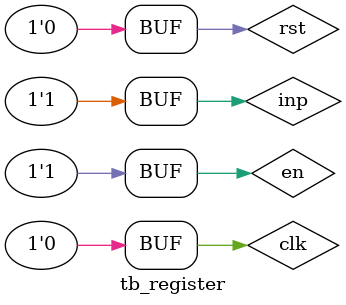
<source format=sv>
module tb_register();
  logic inp;
  logic [5:0]oup;
  logic clk,rst,en;
  right_shift_register r(inp,clk,en,rst,oup);
  initial begin
    clk=0;rst=1;en=1;
    #200 rst=0;
    #200 inp=1;
    #200 clk=1;
    #200 clk=0;

    #200 inp=0;
    #200 clk=1;
    #200 clk=0;

    #200 inp=1;
    #200 clk=1;
    #200 clk=0;
    
    #200 clk=1;
    #200 clk=0;

    #200 inp=0;
    #200 clk=1;
    #200 clk=0;
    
    #200 inp=1;
    #200 clk=1;
    #200 clk=0;
    #200 inp=0;
    #200 clk=1;
    #200 clk=0;
    #200 inp=1;
    #200 clk=1;
    #200 clk=0;
    #200 rst=1;
    #200 rst=0;
    #200 inp=1;
    #200 clk=1;
    #200 clk=0;
    #400;
  end
endmodule
</source>
